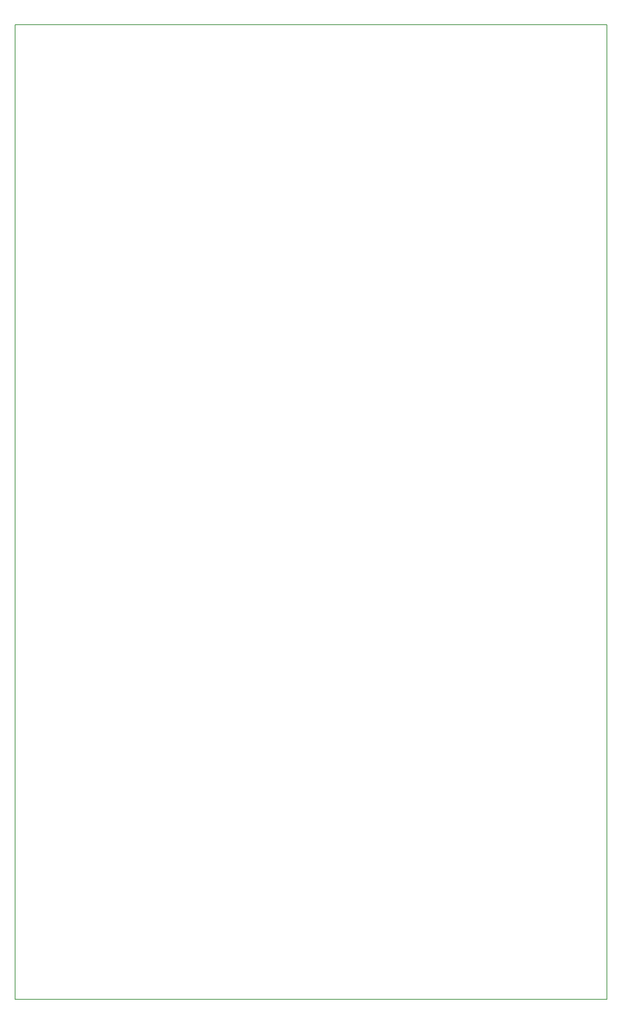
<source format=gko>
%FSLAX25Y25*%
%MOIN*%
G70*
G01*
G75*
G04 Layer_Color=16711935*
%ADD10R,0.02165X0.00787*%
G04:AMPARAMS|DCode=11|XSize=68.9mil|YSize=55.12mil|CornerRadius=7.99mil|HoleSize=0mil|Usage=FLASHONLY|Rotation=0.000|XOffset=0mil|YOffset=0mil|HoleType=Round|Shape=RoundedRectangle|*
%AMROUNDEDRECTD11*
21,1,0.06890,0.03913,0,0,0.0*
21,1,0.05291,0.05512,0,0,0.0*
1,1,0.01598,0.02646,-0.01957*
1,1,0.01598,-0.02646,-0.01957*
1,1,0.01598,-0.02646,0.01957*
1,1,0.01598,0.02646,0.01957*
%
%ADD11ROUNDEDRECTD11*%
G04:AMPARAMS|DCode=12|XSize=55.12mil|YSize=47.24mil|CornerRadius=7.8mil|HoleSize=0mil|Usage=FLASHONLY|Rotation=0.000|XOffset=0mil|YOffset=0mil|HoleType=Round|Shape=RoundedRectangle|*
%AMROUNDEDRECTD12*
21,1,0.05512,0.03165,0,0,0.0*
21,1,0.03953,0.04724,0,0,0.0*
1,1,0.01559,0.01976,-0.01583*
1,1,0.01559,-0.01976,-0.01583*
1,1,0.01559,-0.01976,0.01583*
1,1,0.01559,0.01976,0.01583*
%
%ADD12ROUNDEDRECTD12*%
G04:AMPARAMS|DCode=13|XSize=45.28mil|YSize=41.34mil|CornerRadius=7.85mil|HoleSize=0mil|Usage=FLASHONLY|Rotation=0.000|XOffset=0mil|YOffset=0mil|HoleType=Round|Shape=RoundedRectangle|*
%AMROUNDEDRECTD13*
21,1,0.04528,0.02563,0,0,0.0*
21,1,0.02957,0.04134,0,0,0.0*
1,1,0.01571,0.01478,-0.01282*
1,1,0.01571,-0.01478,-0.01282*
1,1,0.01571,-0.01478,0.01282*
1,1,0.01571,0.01478,0.01282*
%
%ADD13ROUNDEDRECTD13*%
G04:AMPARAMS|DCode=14|XSize=200.79mil|YSize=171.26mil|CornerRadius=7.71mil|HoleSize=0mil|Usage=FLASHONLY|Rotation=180.000|XOffset=0mil|YOffset=0mil|HoleType=Round|Shape=RoundedRectangle|*
%AMROUNDEDRECTD14*
21,1,0.20079,0.15585,0,0,180.0*
21,1,0.18537,0.17126,0,0,180.0*
1,1,0.01541,-0.09269,0.07792*
1,1,0.01541,0.09269,0.07792*
1,1,0.01541,0.09269,-0.07792*
1,1,0.01541,-0.09269,-0.07792*
%
%ADD14ROUNDEDRECTD14*%
%ADD15C,0.03937*%
%ADD16C,0.01772*%
G04:AMPARAMS|DCode=17|XSize=57.09mil|YSize=19.69mil|CornerRadius=7.87mil|HoleSize=0mil|Usage=FLASHONLY|Rotation=270.000|XOffset=0mil|YOffset=0mil|HoleType=Round|Shape=RoundedRectangle|*
%AMROUNDEDRECTD17*
21,1,0.05709,0.00394,0,0,270.0*
21,1,0.04134,0.01969,0,0,270.0*
1,1,0.01575,-0.00197,-0.02067*
1,1,0.01575,-0.00197,0.02067*
1,1,0.01575,0.00197,0.02067*
1,1,0.01575,0.00197,-0.02067*
%
%ADD17ROUNDEDRECTD17*%
%ADD18O,0.05906X0.01181*%
%ADD19O,0.01181X0.05906*%
G04:AMPARAMS|DCode=20|XSize=90.55mil|YSize=19.69mil|CornerRadius=7.87mil|HoleSize=0mil|Usage=FLASHONLY|Rotation=180.000|XOffset=0mil|YOffset=0mil|HoleType=Round|Shape=RoundedRectangle|*
%AMROUNDEDRECTD20*
21,1,0.09055,0.00394,0,0,180.0*
21,1,0.07480,0.01969,0,0,180.0*
1,1,0.01575,-0.03740,0.00197*
1,1,0.01575,0.03740,0.00197*
1,1,0.01575,0.03740,-0.00197*
1,1,0.01575,-0.03740,-0.00197*
%
%ADD20ROUNDEDRECTD20*%
G04:AMPARAMS|DCode=21|XSize=98.43mil|YSize=78.74mil|CornerRadius=7.87mil|HoleSize=0mil|Usage=FLASHONLY|Rotation=180.000|XOffset=0mil|YOffset=0mil|HoleType=Round|Shape=RoundedRectangle|*
%AMROUNDEDRECTD21*
21,1,0.09843,0.06299,0,0,180.0*
21,1,0.08268,0.07874,0,0,180.0*
1,1,0.01575,-0.04134,0.03150*
1,1,0.01575,0.04134,0.03150*
1,1,0.01575,0.04134,-0.03150*
1,1,0.01575,-0.04134,-0.03150*
%
%ADD21ROUNDEDRECTD21*%
G04:AMPARAMS|DCode=22|XSize=41.34mil|YSize=25.59mil|CornerRadius=7.93mil|HoleSize=0mil|Usage=FLASHONLY|Rotation=180.000|XOffset=0mil|YOffset=0mil|HoleType=Round|Shape=RoundedRectangle|*
%AMROUNDEDRECTD22*
21,1,0.04134,0.00972,0,0,180.0*
21,1,0.02547,0.02559,0,0,180.0*
1,1,0.01587,-0.01274,0.00486*
1,1,0.01587,0.01274,0.00486*
1,1,0.01587,0.01274,-0.00486*
1,1,0.01587,-0.01274,-0.00486*
%
%ADD22ROUNDEDRECTD22*%
G04:AMPARAMS|DCode=23|XSize=192.91mil|YSize=62.99mil|CornerRadius=7.87mil|HoleSize=0mil|Usage=FLASHONLY|Rotation=180.000|XOffset=0mil|YOffset=0mil|HoleType=Round|Shape=RoundedRectangle|*
%AMROUNDEDRECTD23*
21,1,0.19291,0.04724,0,0,180.0*
21,1,0.17716,0.06299,0,0,180.0*
1,1,0.01575,-0.08858,0.02362*
1,1,0.01575,0.08858,0.02362*
1,1,0.01575,0.08858,-0.02362*
1,1,0.01575,-0.08858,-0.02362*
%
%ADD23ROUNDEDRECTD23*%
G04:AMPARAMS|DCode=24|XSize=112.21mil|YSize=39.37mil|CornerRadius=7.87mil|HoleSize=0mil|Usage=FLASHONLY|Rotation=0.000|XOffset=0mil|YOffset=0mil|HoleType=Round|Shape=RoundedRectangle|*
%AMROUNDEDRECTD24*
21,1,0.11221,0.02362,0,0,0.0*
21,1,0.09646,0.03937,0,0,0.0*
1,1,0.01575,0.04823,-0.01181*
1,1,0.01575,-0.04823,-0.01181*
1,1,0.01575,-0.04823,0.01181*
1,1,0.01575,0.04823,0.01181*
%
%ADD24ROUNDEDRECTD24*%
G04:AMPARAMS|DCode=25|XSize=253.94mil|YSize=236.22mil|CornerRadius=8.27mil|HoleSize=0mil|Usage=FLASHONLY|Rotation=0.000|XOffset=0mil|YOffset=0mil|HoleType=Round|Shape=RoundedRectangle|*
%AMROUNDEDRECTD25*
21,1,0.25394,0.21968,0,0,0.0*
21,1,0.23740,0.23622,0,0,0.0*
1,1,0.01654,0.11870,-0.10984*
1,1,0.01654,-0.11870,-0.10984*
1,1,0.01654,-0.11870,0.10984*
1,1,0.01654,0.11870,0.10984*
%
%ADD25ROUNDEDRECTD25*%
G04:AMPARAMS|DCode=26|XSize=358.27mil|YSize=340.55mil|CornerRadius=8.51mil|HoleSize=0mil|Usage=FLASHONLY|Rotation=90.000|XOffset=0mil|YOffset=0mil|HoleType=Round|Shape=RoundedRectangle|*
%AMROUNDEDRECTD26*
21,1,0.35827,0.32352,0,0,90.0*
21,1,0.34124,0.34055,0,0,90.0*
1,1,0.01703,0.16176,0.17062*
1,1,0.01703,0.16176,-0.17062*
1,1,0.01703,-0.16176,-0.17062*
1,1,0.01703,-0.16176,0.17062*
%
%ADD26ROUNDEDRECTD26*%
G04:AMPARAMS|DCode=27|XSize=147.64mil|YSize=41.34mil|CornerRadius=7.85mil|HoleSize=0mil|Usage=FLASHONLY|Rotation=0.000|XOffset=0mil|YOffset=0mil|HoleType=Round|Shape=RoundedRectangle|*
%AMROUNDEDRECTD27*
21,1,0.14764,0.02563,0,0,0.0*
21,1,0.13193,0.04134,0,0,0.0*
1,1,0.01571,0.06597,-0.01282*
1,1,0.01571,-0.06597,-0.01282*
1,1,0.01571,-0.06597,0.01282*
1,1,0.01571,0.06597,0.01282*
%
%ADD27ROUNDEDRECTD27*%
%ADD28C,0.00787*%
%ADD29O,0.03347X0.00984*%
%ADD30O,0.05512X0.02362*%
%ADD31O,0.02362X0.05512*%
%ADD32O,0.06102X0.02362*%
%ADD33O,0.02362X0.06102*%
G04:AMPARAMS|DCode=34|XSize=25.59mil|YSize=19.69mil|CornerRadius=7.87mil|HoleSize=0mil|Usage=FLASHONLY|Rotation=0.000|XOffset=0mil|YOffset=0mil|HoleType=Round|Shape=RoundedRectangle|*
%AMROUNDEDRECTD34*
21,1,0.02559,0.00394,0,0,0.0*
21,1,0.00984,0.01969,0,0,0.0*
1,1,0.01575,0.00492,-0.00197*
1,1,0.01575,-0.00492,-0.00197*
1,1,0.01575,-0.00492,0.00197*
1,1,0.01575,0.00492,0.00197*
%
%ADD34ROUNDEDRECTD34*%
G04:AMPARAMS|DCode=35|XSize=106.3mil|YSize=45.28mil|CornerRadius=7.92mil|HoleSize=0mil|Usage=FLASHONLY|Rotation=0.000|XOffset=0mil|YOffset=0mil|HoleType=Round|Shape=RoundedRectangle|*
%AMROUNDEDRECTD35*
21,1,0.10630,0.02943,0,0,0.0*
21,1,0.09045,0.04528,0,0,0.0*
1,1,0.01585,0.04523,-0.01472*
1,1,0.01585,-0.04523,-0.01472*
1,1,0.01585,-0.04523,0.01472*
1,1,0.01585,0.04523,0.01472*
%
%ADD35ROUNDEDRECTD35*%
G04:AMPARAMS|DCode=36|XSize=106.3mil|YSize=45.28mil|CornerRadius=7.92mil|HoleSize=0mil|Usage=FLASHONLY|Rotation=270.000|XOffset=0mil|YOffset=0mil|HoleType=Round|Shape=RoundedRectangle|*
%AMROUNDEDRECTD36*
21,1,0.10630,0.02943,0,0,270.0*
21,1,0.09045,0.04528,0,0,270.0*
1,1,0.01585,-0.01472,-0.04523*
1,1,0.01585,-0.01472,0.04523*
1,1,0.01585,0.01472,0.04523*
1,1,0.01585,0.01472,-0.04523*
%
%ADD36ROUNDEDRECTD36*%
G04:AMPARAMS|DCode=37|XSize=57.09mil|YSize=45.28mil|CornerRadius=7.92mil|HoleSize=0mil|Usage=FLASHONLY|Rotation=0.000|XOffset=0mil|YOffset=0mil|HoleType=Round|Shape=RoundedRectangle|*
%AMROUNDEDRECTD37*
21,1,0.05709,0.02943,0,0,0.0*
21,1,0.04124,0.04528,0,0,0.0*
1,1,0.01585,0.02062,-0.01472*
1,1,0.01585,-0.02062,-0.01472*
1,1,0.01585,-0.02062,0.01472*
1,1,0.01585,0.02062,0.01472*
%
%ADD37ROUNDEDRECTD37*%
G04:AMPARAMS|DCode=38|XSize=57.09mil|YSize=45.28mil|CornerRadius=7.92mil|HoleSize=0mil|Usage=FLASHONLY|Rotation=90.000|XOffset=0mil|YOffset=0mil|HoleType=Round|Shape=RoundedRectangle|*
%AMROUNDEDRECTD38*
21,1,0.05709,0.02943,0,0,90.0*
21,1,0.04124,0.04528,0,0,90.0*
1,1,0.01585,0.01472,0.02062*
1,1,0.01585,0.01472,-0.02062*
1,1,0.01585,-0.01472,-0.02062*
1,1,0.01585,-0.01472,0.02062*
%
%ADD38ROUNDEDRECTD38*%
G04:AMPARAMS|DCode=39|XSize=68.9mil|YSize=41.34mil|CornerRadius=7.85mil|HoleSize=0mil|Usage=FLASHONLY|Rotation=270.000|XOffset=0mil|YOffset=0mil|HoleType=Round|Shape=RoundedRectangle|*
%AMROUNDEDRECTD39*
21,1,0.06890,0.02563,0,0,270.0*
21,1,0.05319,0.04134,0,0,270.0*
1,1,0.01571,-0.01282,-0.02660*
1,1,0.01571,-0.01282,0.02660*
1,1,0.01571,0.01282,0.02660*
1,1,0.01571,0.01282,-0.02660*
%
%ADD39ROUNDEDRECTD39*%
G04:AMPARAMS|DCode=40|XSize=68.9mil|YSize=41.34mil|CornerRadius=7.85mil|HoleSize=0mil|Usage=FLASHONLY|Rotation=180.000|XOffset=0mil|YOffset=0mil|HoleType=Round|Shape=RoundedRectangle|*
%AMROUNDEDRECTD40*
21,1,0.06890,0.02563,0,0,180.0*
21,1,0.05319,0.04134,0,0,180.0*
1,1,0.01571,-0.02660,0.01282*
1,1,0.01571,0.02660,0.01282*
1,1,0.01571,0.02660,-0.01282*
1,1,0.01571,-0.02660,-0.01282*
%
%ADD40ROUNDEDRECTD40*%
G04:AMPARAMS|DCode=41|XSize=47.24mil|YSize=47.24mil|CornerRadius=7.8mil|HoleSize=0mil|Usage=FLASHONLY|Rotation=0.000|XOffset=0mil|YOffset=0mil|HoleType=Round|Shape=RoundedRectangle|*
%AMROUNDEDRECTD41*
21,1,0.04724,0.03165,0,0,0.0*
21,1,0.03165,0.04724,0,0,0.0*
1,1,0.01559,0.01583,-0.01583*
1,1,0.01559,-0.01583,-0.01583*
1,1,0.01559,-0.01583,0.01583*
1,1,0.01559,0.01583,0.01583*
%
%ADD41ROUNDEDRECTD41*%
G04:AMPARAMS|DCode=42|XSize=39.37mil|YSize=35.43mil|CornerRadius=7.8mil|HoleSize=0mil|Usage=FLASHONLY|Rotation=0.000|XOffset=0mil|YOffset=0mil|HoleType=Round|Shape=RoundedRectangle|*
%AMROUNDEDRECTD42*
21,1,0.03937,0.01984,0,0,0.0*
21,1,0.02378,0.03543,0,0,0.0*
1,1,0.01559,0.01189,-0.00992*
1,1,0.01559,-0.01189,-0.00992*
1,1,0.01559,-0.01189,0.00992*
1,1,0.01559,0.01189,0.00992*
%
%ADD42ROUNDEDRECTD42*%
G04:AMPARAMS|DCode=43|XSize=39.37mil|YSize=35.43mil|CornerRadius=7.8mil|HoleSize=0mil|Usage=FLASHONLY|Rotation=270.000|XOffset=0mil|YOffset=0mil|HoleType=Round|Shape=RoundedRectangle|*
%AMROUNDEDRECTD43*
21,1,0.03937,0.01984,0,0,270.0*
21,1,0.02378,0.03543,0,0,270.0*
1,1,0.01559,-0.00992,-0.01189*
1,1,0.01559,-0.00992,0.01189*
1,1,0.01559,0.00992,0.01189*
1,1,0.01559,0.00992,-0.01189*
%
%ADD43ROUNDEDRECTD43*%
G04:AMPARAMS|DCode=44|XSize=39.37mil|YSize=37.4mil|CornerRadius=7.85mil|HoleSize=0mil|Usage=FLASHONLY|Rotation=270.000|XOffset=0mil|YOffset=0mil|HoleType=Round|Shape=RoundedRectangle|*
%AMROUNDEDRECTD44*
21,1,0.03937,0.02169,0,0,270.0*
21,1,0.02366,0.03740,0,0,270.0*
1,1,0.01571,-0.01085,-0.01183*
1,1,0.01571,-0.01085,0.01183*
1,1,0.01571,0.01085,0.01183*
1,1,0.01571,0.01085,-0.01183*
%
%ADD44ROUNDEDRECTD44*%
G04:AMPARAMS|DCode=45|XSize=39.37mil|YSize=37.4mil|CornerRadius=7.85mil|HoleSize=0mil|Usage=FLASHONLY|Rotation=0.000|XOffset=0mil|YOffset=0mil|HoleType=Round|Shape=RoundedRectangle|*
%AMROUNDEDRECTD45*
21,1,0.03937,0.02169,0,0,0.0*
21,1,0.02366,0.03740,0,0,0.0*
1,1,0.01571,0.01183,-0.01085*
1,1,0.01571,-0.01183,-0.01085*
1,1,0.01571,-0.01183,0.01085*
1,1,0.01571,0.01183,0.01085*
%
%ADD45ROUNDEDRECTD45*%
G04:AMPARAMS|DCode=46|XSize=24.41mil|YSize=24.41mil|CornerRadius=5.86mil|HoleSize=0mil|Usage=FLASHONLY|Rotation=0.000|XOffset=0mil|YOffset=0mil|HoleType=Round|Shape=RoundedRectangle|*
%AMROUNDEDRECTD46*
21,1,0.02441,0.01269,0,0,0.0*
21,1,0.01269,0.02441,0,0,0.0*
1,1,0.01172,0.00635,-0.00635*
1,1,0.01172,-0.00635,-0.00635*
1,1,0.01172,-0.00635,0.00635*
1,1,0.01172,0.00635,0.00635*
%
%ADD46ROUNDEDRECTD46*%
G04:AMPARAMS|DCode=47|XSize=24.41mil|YSize=24.41mil|CornerRadius=5.86mil|HoleSize=0mil|Usage=FLASHONLY|Rotation=270.000|XOffset=0mil|YOffset=0mil|HoleType=Round|Shape=RoundedRectangle|*
%AMROUNDEDRECTD47*
21,1,0.02441,0.01269,0,0,270.0*
21,1,0.01269,0.02441,0,0,270.0*
1,1,0.01172,-0.00635,-0.00635*
1,1,0.01172,-0.00635,0.00635*
1,1,0.01172,0.00635,0.00635*
1,1,0.01172,0.00635,-0.00635*
%
%ADD47ROUNDEDRECTD47*%
G04:AMPARAMS|DCode=48|XSize=17.32mil|YSize=16.54mil|CornerRadius=3.97mil|HoleSize=0mil|Usage=FLASHONLY|Rotation=0.000|XOffset=0mil|YOffset=0mil|HoleType=Round|Shape=RoundedRectangle|*
%AMROUNDEDRECTD48*
21,1,0.01732,0.00860,0,0,0.0*
21,1,0.00939,0.01654,0,0,0.0*
1,1,0.00794,0.00469,-0.00430*
1,1,0.00794,-0.00469,-0.00430*
1,1,0.00794,-0.00469,0.00430*
1,1,0.00794,0.00469,0.00430*
%
%ADD48ROUNDEDRECTD48*%
G04:AMPARAMS|DCode=49|XSize=43.31mil|YSize=21.65mil|CornerRadius=7.9mil|HoleSize=0mil|Usage=FLASHONLY|Rotation=270.000|XOffset=0mil|YOffset=0mil|HoleType=Round|Shape=RoundedRectangle|*
%AMROUNDEDRECTD49*
21,1,0.04331,0.00585,0,0,270.0*
21,1,0.02750,0.02165,0,0,270.0*
1,1,0.01581,-0.00292,-0.01375*
1,1,0.01581,-0.00292,0.01375*
1,1,0.01581,0.00292,0.01375*
1,1,0.01581,0.00292,-0.01375*
%
%ADD49ROUNDEDRECTD49*%
G04:AMPARAMS|DCode=50|XSize=43.31mil|YSize=21.65mil|CornerRadius=7.9mil|HoleSize=0mil|Usage=FLASHONLY|Rotation=180.000|XOffset=0mil|YOffset=0mil|HoleType=Round|Shape=RoundedRectangle|*
%AMROUNDEDRECTD50*
21,1,0.04331,0.00585,0,0,180.0*
21,1,0.02750,0.02165,0,0,180.0*
1,1,0.01581,-0.01375,0.00292*
1,1,0.01581,0.01375,0.00292*
1,1,0.01581,0.01375,-0.00292*
1,1,0.01581,-0.01375,-0.00292*
%
%ADD50ROUNDEDRECTD50*%
G04:AMPARAMS|DCode=51|XSize=129.92mil|YSize=98.43mil|CornerRadius=7.87mil|HoleSize=0mil|Usage=FLASHONLY|Rotation=0.000|XOffset=0mil|YOffset=0mil|HoleType=Round|Shape=RoundedRectangle|*
%AMROUNDEDRECTD51*
21,1,0.12992,0.08268,0,0,0.0*
21,1,0.11417,0.09843,0,0,0.0*
1,1,0.01575,0.05709,-0.04134*
1,1,0.01575,-0.05709,-0.04134*
1,1,0.01575,-0.05709,0.04134*
1,1,0.01575,0.05709,0.04134*
%
%ADD51ROUNDEDRECTD51*%
G04:AMPARAMS|DCode=52|XSize=98.43mil|YSize=66.93mil|CornerRadius=8.03mil|HoleSize=0mil|Usage=FLASHONLY|Rotation=90.000|XOffset=0mil|YOffset=0mil|HoleType=Round|Shape=RoundedRectangle|*
%AMROUNDEDRECTD52*
21,1,0.09843,0.05087,0,0,90.0*
21,1,0.08236,0.06693,0,0,90.0*
1,1,0.01606,0.02543,0.04118*
1,1,0.01606,0.02543,-0.04118*
1,1,0.01606,-0.02543,-0.04118*
1,1,0.01606,-0.02543,0.04118*
%
%ADD52ROUNDEDRECTD52*%
%ADD53C,0.01969*%
%ADD54C,0.00984*%
%ADD55C,0.01181*%
%ADD56C,0.00787*%
%ADD57C,0.03937*%
%ADD58C,0.00591*%
%ADD59C,0.00512*%
%ADD60C,0.01969*%
%ADD61C,0.07284*%
%ADD62C,0.09843*%
%ADD63C,0.07480*%
%ADD64C,0.27559*%
%ADD65C,0.02362*%
%ADD66C,0.00394*%
%ADD67C,0.00197*%
%ADD68C,0.19685*%
%ADD69C,0.00098*%
%ADD70C,0.00167*%
%ADD71C,0.00148*%
%ADD72C,0.00000*%
%ADD73R,0.02559X0.01181*%
G04:AMPARAMS|DCode=74|XSize=74.8mil|YSize=61.02mil|CornerRadius=10.95mil|HoleSize=0mil|Usage=FLASHONLY|Rotation=0.000|XOffset=0mil|YOffset=0mil|HoleType=Round|Shape=RoundedRectangle|*
%AMROUNDEDRECTD74*
21,1,0.07480,0.03913,0,0,0.0*
21,1,0.05291,0.06102,0,0,0.0*
1,1,0.02189,0.02646,-0.01957*
1,1,0.02189,-0.02646,-0.01957*
1,1,0.02189,-0.02646,0.01957*
1,1,0.02189,0.02646,0.01957*
%
%ADD74ROUNDEDRECTD74*%
G04:AMPARAMS|DCode=75|XSize=61.02mil|YSize=53.15mil|CornerRadius=10.75mil|HoleSize=0mil|Usage=FLASHONLY|Rotation=0.000|XOffset=0mil|YOffset=0mil|HoleType=Round|Shape=RoundedRectangle|*
%AMROUNDEDRECTD75*
21,1,0.06102,0.03165,0,0,0.0*
21,1,0.03953,0.05315,0,0,0.0*
1,1,0.02150,0.01976,-0.01583*
1,1,0.02150,-0.01976,-0.01583*
1,1,0.02150,-0.01976,0.01583*
1,1,0.02150,0.01976,0.01583*
%
%ADD75ROUNDEDRECTD75*%
G04:AMPARAMS|DCode=76|XSize=51.18mil|YSize=47.24mil|CornerRadius=10.81mil|HoleSize=0mil|Usage=FLASHONLY|Rotation=0.000|XOffset=0mil|YOffset=0mil|HoleType=Round|Shape=RoundedRectangle|*
%AMROUNDEDRECTD76*
21,1,0.05118,0.02563,0,0,0.0*
21,1,0.02957,0.04724,0,0,0.0*
1,1,0.02161,0.01478,-0.01282*
1,1,0.02161,-0.01478,-0.01282*
1,1,0.02161,-0.01478,0.01282*
1,1,0.02161,0.01478,0.01282*
%
%ADD76ROUNDEDRECTD76*%
G04:AMPARAMS|DCode=77|XSize=206.69mil|YSize=177.16mil|CornerRadius=10.66mil|HoleSize=0mil|Usage=FLASHONLY|Rotation=180.000|XOffset=0mil|YOffset=0mil|HoleType=Round|Shape=RoundedRectangle|*
%AMROUNDEDRECTD77*
21,1,0.20669,0.15585,0,0,180.0*
21,1,0.18537,0.17716,0,0,180.0*
1,1,0.02132,-0.09269,0.07792*
1,1,0.02132,0.09269,0.07792*
1,1,0.02132,0.09269,-0.07792*
1,1,0.02132,-0.09269,-0.07792*
%
%ADD77ROUNDEDRECTD77*%
%ADD78C,0.07874*%
%ADD79C,0.02572*%
G04:AMPARAMS|DCode=80|XSize=62.99mil|YSize=25.59mil|CornerRadius=10.83mil|HoleSize=0mil|Usage=FLASHONLY|Rotation=270.000|XOffset=0mil|YOffset=0mil|HoleType=Round|Shape=RoundedRectangle|*
%AMROUNDEDRECTD80*
21,1,0.06299,0.00394,0,0,270.0*
21,1,0.04134,0.02559,0,0,270.0*
1,1,0.02165,-0.00197,-0.02067*
1,1,0.02165,-0.00197,0.02067*
1,1,0.02165,0.00197,0.02067*
1,1,0.02165,0.00197,-0.02067*
%
%ADD80ROUNDEDRECTD80*%
%ADD81O,0.06299X0.01575*%
%ADD82O,0.01575X0.06299*%
G04:AMPARAMS|DCode=83|XSize=96.46mil|YSize=25.59mil|CornerRadius=10.83mil|HoleSize=0mil|Usage=FLASHONLY|Rotation=180.000|XOffset=0mil|YOffset=0mil|HoleType=Round|Shape=RoundedRectangle|*
%AMROUNDEDRECTD83*
21,1,0.09646,0.00394,0,0,180.0*
21,1,0.07480,0.02559,0,0,180.0*
1,1,0.02165,-0.03740,0.00197*
1,1,0.02165,0.03740,0.00197*
1,1,0.02165,0.03740,-0.00197*
1,1,0.02165,-0.03740,-0.00197*
%
%ADD83ROUNDEDRECTD83*%
G04:AMPARAMS|DCode=84|XSize=104.33mil|YSize=84.65mil|CornerRadius=10.83mil|HoleSize=0mil|Usage=FLASHONLY|Rotation=180.000|XOffset=0mil|YOffset=0mil|HoleType=Round|Shape=RoundedRectangle|*
%AMROUNDEDRECTD84*
21,1,0.10433,0.06299,0,0,180.0*
21,1,0.08268,0.08465,0,0,180.0*
1,1,0.02165,-0.04134,0.03150*
1,1,0.02165,0.04134,0.03150*
1,1,0.02165,0.04134,-0.03150*
1,1,0.02165,-0.04134,-0.03150*
%
%ADD84ROUNDEDRECTD84*%
G04:AMPARAMS|DCode=85|XSize=47.24mil|YSize=31.5mil|CornerRadius=10.89mil|HoleSize=0mil|Usage=FLASHONLY|Rotation=180.000|XOffset=0mil|YOffset=0mil|HoleType=Round|Shape=RoundedRectangle|*
%AMROUNDEDRECTD85*
21,1,0.04724,0.00972,0,0,180.0*
21,1,0.02547,0.03150,0,0,180.0*
1,1,0.02177,-0.01274,0.00486*
1,1,0.02177,0.01274,0.00486*
1,1,0.02177,0.01274,-0.00486*
1,1,0.02177,-0.01274,-0.00486*
%
%ADD85ROUNDEDRECTD85*%
G04:AMPARAMS|DCode=86|XSize=198.82mil|YSize=68.9mil|CornerRadius=10.83mil|HoleSize=0mil|Usage=FLASHONLY|Rotation=180.000|XOffset=0mil|YOffset=0mil|HoleType=Round|Shape=RoundedRectangle|*
%AMROUNDEDRECTD86*
21,1,0.19882,0.04724,0,0,180.0*
21,1,0.17716,0.06890,0,0,180.0*
1,1,0.02165,-0.08858,0.02362*
1,1,0.02165,0.08858,0.02362*
1,1,0.02165,0.08858,-0.02362*
1,1,0.02165,-0.08858,-0.02362*
%
%ADD86ROUNDEDRECTD86*%
G04:AMPARAMS|DCode=87|XSize=118.11mil|YSize=45.28mil|CornerRadius=10.83mil|HoleSize=0mil|Usage=FLASHONLY|Rotation=0.000|XOffset=0mil|YOffset=0mil|HoleType=Round|Shape=RoundedRectangle|*
%AMROUNDEDRECTD87*
21,1,0.11811,0.02362,0,0,0.0*
21,1,0.09646,0.04528,0,0,0.0*
1,1,0.02165,0.04823,-0.01181*
1,1,0.02165,-0.04823,-0.01181*
1,1,0.02165,-0.04823,0.01181*
1,1,0.02165,0.04823,0.01181*
%
%ADD87ROUNDEDRECTD87*%
G04:AMPARAMS|DCode=88|XSize=259.84mil|YSize=242.13mil|CornerRadius=11.22mil|HoleSize=0mil|Usage=FLASHONLY|Rotation=0.000|XOffset=0mil|YOffset=0mil|HoleType=Round|Shape=RoundedRectangle|*
%AMROUNDEDRECTD88*
21,1,0.25984,0.21968,0,0,0.0*
21,1,0.23740,0.24213,0,0,0.0*
1,1,0.02244,0.11870,-0.10984*
1,1,0.02244,-0.11870,-0.10984*
1,1,0.02244,-0.11870,0.10984*
1,1,0.02244,0.11870,0.10984*
%
%ADD88ROUNDEDRECTD88*%
G04:AMPARAMS|DCode=89|XSize=364.17mil|YSize=346.46mil|CornerRadius=11.47mil|HoleSize=0mil|Usage=FLASHONLY|Rotation=90.000|XOffset=0mil|YOffset=0mil|HoleType=Round|Shape=RoundedRectangle|*
%AMROUNDEDRECTD89*
21,1,0.36417,0.32352,0,0,90.0*
21,1,0.34124,0.34646,0,0,90.0*
1,1,0.02293,0.16176,0.17062*
1,1,0.02293,0.16176,-0.17062*
1,1,0.02293,-0.16176,-0.17062*
1,1,0.02293,-0.16176,0.17062*
%
%ADD89ROUNDEDRECTD89*%
G04:AMPARAMS|DCode=90|XSize=153.54mil|YSize=47.24mil|CornerRadius=10.81mil|HoleSize=0mil|Usage=FLASHONLY|Rotation=0.000|XOffset=0mil|YOffset=0mil|HoleType=Round|Shape=RoundedRectangle|*
%AMROUNDEDRECTD90*
21,1,0.15354,0.02563,0,0,0.0*
21,1,0.13193,0.04724,0,0,0.0*
1,1,0.02161,0.06597,-0.01282*
1,1,0.02161,-0.06597,-0.01282*
1,1,0.02161,-0.06597,0.01282*
1,1,0.02161,0.06597,0.01282*
%
%ADD90ROUNDEDRECTD90*%
%ADD91C,0.01587*%
%ADD92O,0.03740X0.01378*%
%ADD93O,0.06102X0.02953*%
%ADD94O,0.02953X0.06102*%
%ADD95O,0.06693X0.02953*%
%ADD96O,0.02953X0.06693*%
G04:AMPARAMS|DCode=97|XSize=31.5mil|YSize=25.59mil|CornerRadius=10.83mil|HoleSize=0mil|Usage=FLASHONLY|Rotation=0.000|XOffset=0mil|YOffset=0mil|HoleType=Round|Shape=RoundedRectangle|*
%AMROUNDEDRECTD97*
21,1,0.03150,0.00394,0,0,0.0*
21,1,0.00984,0.02559,0,0,0.0*
1,1,0.02165,0.00492,-0.00197*
1,1,0.02165,-0.00492,-0.00197*
1,1,0.02165,-0.00492,0.00197*
1,1,0.02165,0.00492,0.00197*
%
%ADD97ROUNDEDRECTD97*%
G04:AMPARAMS|DCode=98|XSize=112.21mil|YSize=51.18mil|CornerRadius=10.88mil|HoleSize=0mil|Usage=FLASHONLY|Rotation=0.000|XOffset=0mil|YOffset=0mil|HoleType=Round|Shape=RoundedRectangle|*
%AMROUNDEDRECTD98*
21,1,0.11221,0.02943,0,0,0.0*
21,1,0.09045,0.05118,0,0,0.0*
1,1,0.02175,0.04523,-0.01472*
1,1,0.02175,-0.04523,-0.01472*
1,1,0.02175,-0.04523,0.01472*
1,1,0.02175,0.04523,0.01472*
%
%ADD98ROUNDEDRECTD98*%
G04:AMPARAMS|DCode=99|XSize=112.21mil|YSize=51.18mil|CornerRadius=10.88mil|HoleSize=0mil|Usage=FLASHONLY|Rotation=270.000|XOffset=0mil|YOffset=0mil|HoleType=Round|Shape=RoundedRectangle|*
%AMROUNDEDRECTD99*
21,1,0.11221,0.02943,0,0,270.0*
21,1,0.09045,0.05118,0,0,270.0*
1,1,0.02175,-0.01472,-0.04523*
1,1,0.02175,-0.01472,0.04523*
1,1,0.02175,0.01472,0.04523*
1,1,0.02175,0.01472,-0.04523*
%
%ADD99ROUNDEDRECTD99*%
G04:AMPARAMS|DCode=100|XSize=62.99mil|YSize=51.18mil|CornerRadius=10.88mil|HoleSize=0mil|Usage=FLASHONLY|Rotation=0.000|XOffset=0mil|YOffset=0mil|HoleType=Round|Shape=RoundedRectangle|*
%AMROUNDEDRECTD100*
21,1,0.06299,0.02943,0,0,0.0*
21,1,0.04124,0.05118,0,0,0.0*
1,1,0.02175,0.02062,-0.01472*
1,1,0.02175,-0.02062,-0.01472*
1,1,0.02175,-0.02062,0.01472*
1,1,0.02175,0.02062,0.01472*
%
%ADD100ROUNDEDRECTD100*%
G04:AMPARAMS|DCode=101|XSize=62.99mil|YSize=51.18mil|CornerRadius=10.88mil|HoleSize=0mil|Usage=FLASHONLY|Rotation=90.000|XOffset=0mil|YOffset=0mil|HoleType=Round|Shape=RoundedRectangle|*
%AMROUNDEDRECTD101*
21,1,0.06299,0.02943,0,0,90.0*
21,1,0.04124,0.05118,0,0,90.0*
1,1,0.02175,0.01472,0.02062*
1,1,0.02175,0.01472,-0.02062*
1,1,0.02175,-0.01472,-0.02062*
1,1,0.02175,-0.01472,0.02062*
%
%ADD101ROUNDEDRECTD101*%
G04:AMPARAMS|DCode=102|XSize=74.8mil|YSize=47.24mil|CornerRadius=10.81mil|HoleSize=0mil|Usage=FLASHONLY|Rotation=270.000|XOffset=0mil|YOffset=0mil|HoleType=Round|Shape=RoundedRectangle|*
%AMROUNDEDRECTD102*
21,1,0.07480,0.02563,0,0,270.0*
21,1,0.05319,0.04724,0,0,270.0*
1,1,0.02161,-0.01282,-0.02660*
1,1,0.02161,-0.01282,0.02660*
1,1,0.02161,0.01282,0.02660*
1,1,0.02161,0.01282,-0.02660*
%
%ADD102ROUNDEDRECTD102*%
G04:AMPARAMS|DCode=103|XSize=74.8mil|YSize=47.24mil|CornerRadius=10.81mil|HoleSize=0mil|Usage=FLASHONLY|Rotation=180.000|XOffset=0mil|YOffset=0mil|HoleType=Round|Shape=RoundedRectangle|*
%AMROUNDEDRECTD103*
21,1,0.07480,0.02563,0,0,180.0*
21,1,0.05319,0.04724,0,0,180.0*
1,1,0.02161,-0.02660,0.01282*
1,1,0.02161,0.02660,0.01282*
1,1,0.02161,0.02660,-0.01282*
1,1,0.02161,-0.02660,-0.01282*
%
%ADD103ROUNDEDRECTD103*%
G04:AMPARAMS|DCode=104|XSize=53.15mil|YSize=53.15mil|CornerRadius=10.75mil|HoleSize=0mil|Usage=FLASHONLY|Rotation=0.000|XOffset=0mil|YOffset=0mil|HoleType=Round|Shape=RoundedRectangle|*
%AMROUNDEDRECTD104*
21,1,0.05315,0.03165,0,0,0.0*
21,1,0.03165,0.05315,0,0,0.0*
1,1,0.02150,0.01583,-0.01583*
1,1,0.02150,-0.01583,-0.01583*
1,1,0.02150,-0.01583,0.01583*
1,1,0.02150,0.01583,0.01583*
%
%ADD104ROUNDEDRECTD104*%
G04:AMPARAMS|DCode=105|XSize=45.28mil|YSize=41.34mil|CornerRadius=10.75mil|HoleSize=0mil|Usage=FLASHONLY|Rotation=0.000|XOffset=0mil|YOffset=0mil|HoleType=Round|Shape=RoundedRectangle|*
%AMROUNDEDRECTD105*
21,1,0.04528,0.01984,0,0,0.0*
21,1,0.02378,0.04134,0,0,0.0*
1,1,0.02150,0.01189,-0.00992*
1,1,0.02150,-0.01189,-0.00992*
1,1,0.02150,-0.01189,0.00992*
1,1,0.02150,0.01189,0.00992*
%
%ADD105ROUNDEDRECTD105*%
G04:AMPARAMS|DCode=106|XSize=45.28mil|YSize=41.34mil|CornerRadius=10.75mil|HoleSize=0mil|Usage=FLASHONLY|Rotation=270.000|XOffset=0mil|YOffset=0mil|HoleType=Round|Shape=RoundedRectangle|*
%AMROUNDEDRECTD106*
21,1,0.04528,0.01984,0,0,270.0*
21,1,0.02378,0.04134,0,0,270.0*
1,1,0.02150,-0.00992,-0.01189*
1,1,0.02150,-0.00992,0.01189*
1,1,0.02150,0.00992,0.01189*
1,1,0.02150,0.00992,-0.01189*
%
%ADD106ROUNDEDRECTD106*%
G04:AMPARAMS|DCode=107|XSize=45.28mil|YSize=43.31mil|CornerRadius=10.81mil|HoleSize=0mil|Usage=FLASHONLY|Rotation=270.000|XOffset=0mil|YOffset=0mil|HoleType=Round|Shape=RoundedRectangle|*
%AMROUNDEDRECTD107*
21,1,0.04528,0.02169,0,0,270.0*
21,1,0.02366,0.04331,0,0,270.0*
1,1,0.02161,-0.01085,-0.01183*
1,1,0.02161,-0.01085,0.01183*
1,1,0.02161,0.01085,0.01183*
1,1,0.02161,0.01085,-0.01183*
%
%ADD107ROUNDEDRECTD107*%
G04:AMPARAMS|DCode=108|XSize=45.28mil|YSize=43.31mil|CornerRadius=10.81mil|HoleSize=0mil|Usage=FLASHONLY|Rotation=0.000|XOffset=0mil|YOffset=0mil|HoleType=Round|Shape=RoundedRectangle|*
%AMROUNDEDRECTD108*
21,1,0.04528,0.02169,0,0,0.0*
21,1,0.02366,0.04331,0,0,0.0*
1,1,0.02161,0.01183,-0.01085*
1,1,0.02161,-0.01183,-0.01085*
1,1,0.02161,-0.01183,0.01085*
1,1,0.02161,0.01183,0.01085*
%
%ADD108ROUNDEDRECTD108*%
G04:AMPARAMS|DCode=109|XSize=30.32mil|YSize=30.32mil|CornerRadius=8.81mil|HoleSize=0mil|Usage=FLASHONLY|Rotation=0.000|XOffset=0mil|YOffset=0mil|HoleType=Round|Shape=RoundedRectangle|*
%AMROUNDEDRECTD109*
21,1,0.03032,0.01269,0,0,0.0*
21,1,0.01269,0.03032,0,0,0.0*
1,1,0.01762,0.00635,-0.00635*
1,1,0.01762,-0.00635,-0.00635*
1,1,0.01762,-0.00635,0.00635*
1,1,0.01762,0.00635,0.00635*
%
%ADD109ROUNDEDRECTD109*%
G04:AMPARAMS|DCode=110|XSize=30.32mil|YSize=30.32mil|CornerRadius=8.81mil|HoleSize=0mil|Usage=FLASHONLY|Rotation=270.000|XOffset=0mil|YOffset=0mil|HoleType=Round|Shape=RoundedRectangle|*
%AMROUNDEDRECTD110*
21,1,0.03032,0.01269,0,0,270.0*
21,1,0.01269,0.03032,0,0,270.0*
1,1,0.01762,-0.00635,-0.00635*
1,1,0.01762,-0.00635,0.00635*
1,1,0.01762,0.00635,0.00635*
1,1,0.01762,0.00635,-0.00635*
%
%ADD110ROUNDEDRECTD110*%
G04:AMPARAMS|DCode=111|XSize=23.23mil|YSize=22.44mil|CornerRadius=6.92mil|HoleSize=0mil|Usage=FLASHONLY|Rotation=0.000|XOffset=0mil|YOffset=0mil|HoleType=Round|Shape=RoundedRectangle|*
%AMROUNDEDRECTD111*
21,1,0.02323,0.00860,0,0,0.0*
21,1,0.00939,0.02244,0,0,0.0*
1,1,0.01384,0.00469,-0.00430*
1,1,0.01384,-0.00469,-0.00430*
1,1,0.01384,-0.00469,0.00430*
1,1,0.01384,0.00469,0.00430*
%
%ADD111ROUNDEDRECTD111*%
G04:AMPARAMS|DCode=112|XSize=49.21mil|YSize=27.56mil|CornerRadius=10.86mil|HoleSize=0mil|Usage=FLASHONLY|Rotation=270.000|XOffset=0mil|YOffset=0mil|HoleType=Round|Shape=RoundedRectangle|*
%AMROUNDEDRECTD112*
21,1,0.04921,0.00585,0,0,270.0*
21,1,0.02750,0.02756,0,0,270.0*
1,1,0.02171,-0.00292,-0.01375*
1,1,0.02171,-0.00292,0.01375*
1,1,0.02171,0.00292,0.01375*
1,1,0.02171,0.00292,-0.01375*
%
%ADD112ROUNDEDRECTD112*%
G04:AMPARAMS|DCode=113|XSize=49.21mil|YSize=27.56mil|CornerRadius=10.86mil|HoleSize=0mil|Usage=FLASHONLY|Rotation=180.000|XOffset=0mil|YOffset=0mil|HoleType=Round|Shape=RoundedRectangle|*
%AMROUNDEDRECTD113*
21,1,0.04921,0.00585,0,0,180.0*
21,1,0.02750,0.02756,0,0,180.0*
1,1,0.02171,-0.01375,0.00292*
1,1,0.02171,0.01375,0.00292*
1,1,0.02171,0.01375,-0.00292*
1,1,0.02171,-0.01375,-0.00292*
%
%ADD113ROUNDEDRECTD113*%
G04:AMPARAMS|DCode=114|XSize=135.83mil|YSize=104.33mil|CornerRadius=10.83mil|HoleSize=0mil|Usage=FLASHONLY|Rotation=0.000|XOffset=0mil|YOffset=0mil|HoleType=Round|Shape=RoundedRectangle|*
%AMROUNDEDRECTD114*
21,1,0.13583,0.08268,0,0,0.0*
21,1,0.11417,0.10433,0,0,0.0*
1,1,0.02165,0.05709,-0.04134*
1,1,0.02165,-0.05709,-0.04134*
1,1,0.02165,-0.05709,0.04134*
1,1,0.02165,0.05709,0.04134*
%
%ADD114ROUNDEDRECTD114*%
G04:AMPARAMS|DCode=115|XSize=104.33mil|YSize=72.84mil|CornerRadius=10.98mil|HoleSize=0mil|Usage=FLASHONLY|Rotation=90.000|XOffset=0mil|YOffset=0mil|HoleType=Round|Shape=RoundedRectangle|*
%AMROUNDEDRECTD115*
21,1,0.10433,0.05087,0,0,90.0*
21,1,0.08236,0.07284,0,0,90.0*
1,1,0.02197,0.02543,0.04118*
1,1,0.02197,0.02543,-0.04118*
1,1,0.02197,-0.02543,-0.04118*
1,1,0.02197,-0.02543,0.04118*
%
%ADD115ROUNDEDRECTD115*%
%ADD116C,0.04528*%
%ADD117C,0.04134*%
%ADD118C,0.07874*%
%ADD119C,0.10433*%
%ADD120C,0.08071*%
%ADD121C,0.28150*%
D56*
X0Y881890D02*
X535433D01*
Y0D02*
Y881890D01*
X0Y0D02*
X535433D01*
X0D02*
Y881890D01*
M02*

</source>
